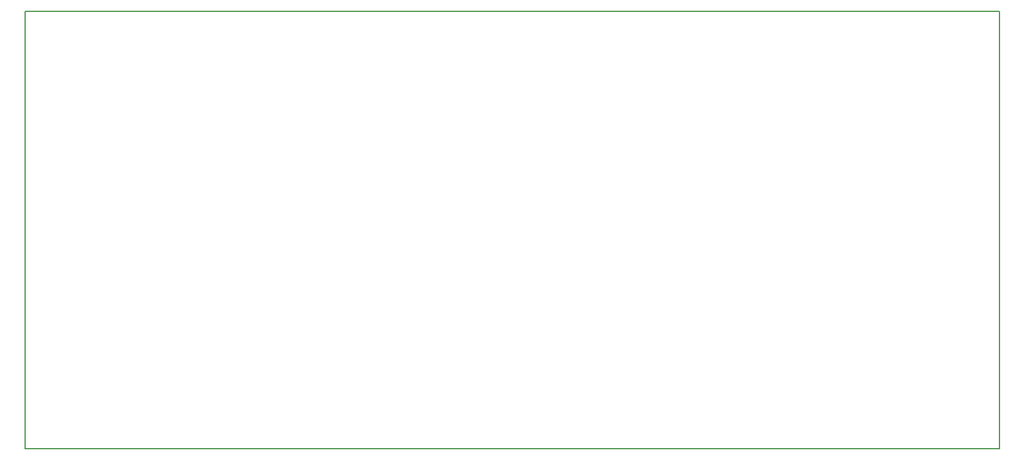
<source format=gko>
G04 #@! TF.FileFunction,Profile,NP*
%FSLAX46Y46*%
G04 Gerber Fmt 4.6, Leading zero omitted, Abs format (unit mm)*
G04 Created by KiCad (PCBNEW (2016-07-20 BZR 6990)-product) date Sun Sep 11 23:36:35 2016*
%MOMM*%
%LPD*%
G01*
G04 APERTURE LIST*
%ADD10C,0.100000*%
%ADD11C,0.150000*%
G04 APERTURE END LIST*
D10*
D11*
X218000000Y-44000000D02*
X218000000Y-106000000D01*
X80000000Y-44000000D02*
X218000000Y-44000000D01*
X80000000Y-106000000D02*
X80000000Y-44000000D01*
X218000000Y-106000000D02*
X80000000Y-106000000D01*
M02*

</source>
